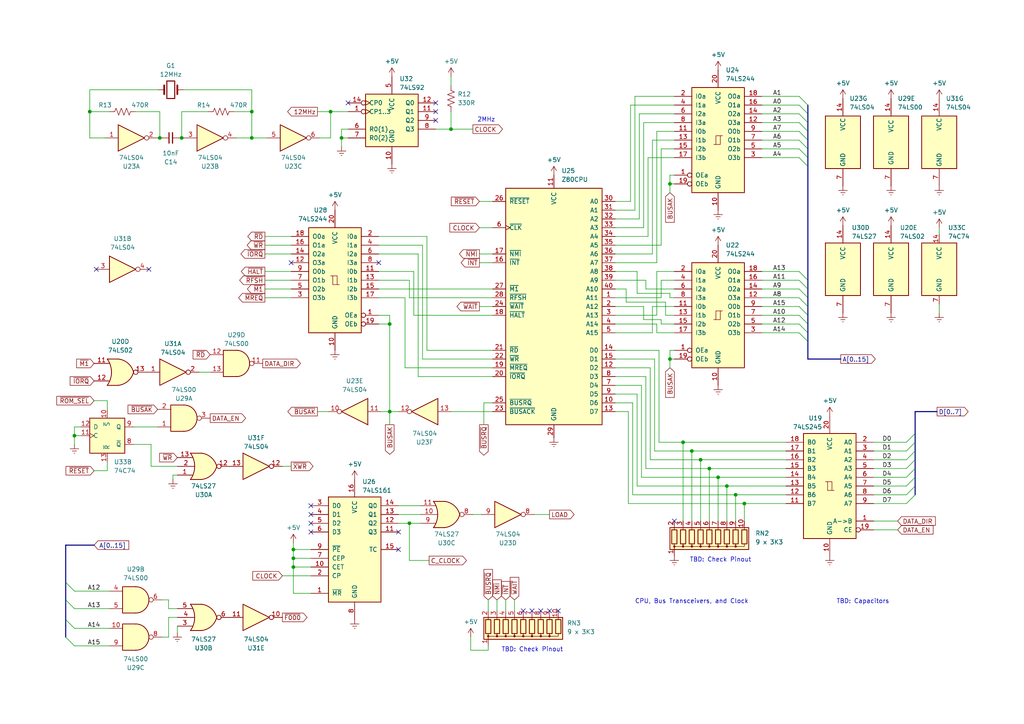
<source format=kicad_sch>
(kicad_sch (version 20230121) (generator eeschema)
  (paper "A4")
  (title_block (title "Microbee Kit") (date "1982") (rev "1"))
  (junction (at 194.31 53.34))
  (junction (at 26.035 32.385))
  (junction (at 205.74 135.89))
  (junction (at 203.2 133.35))
  (junction (at 73.025 32.385))
  (junction (at 118.745 151.765))
  (junction (at 210.82 140.97))
  (junction (at 73.025 40.005))
  (junction (at 85.09 164.465))
  (junction (at 200.66 130.81))
  (junction (at 52.705 40.005))
  (junction (at 194.31 104.14))
  (junction (at 198.12 128.27))
  (junction (at 215.9 146.05))
  (junction (at 113.03 93.98))
  (junction (at 85.09 161.925))
  (junction (at 85.09 159.385))
  (junction (at 95.885 32.385))
  (junction (at 113.03 119.38))
  (junction (at 213.36 143.51))
  (junction (at 130.81 37.465))
  (junction (at 21.59 126.365))
  (junction (at 46.355 40.005))
  (junction (at 99.06 40.005))
  (junction (at 208.28 138.43))
  (no_connect (at 161.925 177.165))
  (no_connect (at 90.17 151.765))
  (no_connect (at 154.305 177.165))
  (no_connect (at 115.57 154.305))
  (no_connect (at 159.385 177.165))
  (no_connect (at 115.57 159.385))
  (no_connect (at 100.965 29.845))
  (no_connect (at 109.855 76.2))
  (no_connect (at 84.455 76.2))
  (no_connect (at 156.845 177.165))
  (no_connect (at 126.365 29.845))
  (no_connect (at 90.17 154.305))
  (no_connect (at 151.765 177.165))
  (no_connect (at 27.94 78.105))
  (no_connect (at 126.365 34.925))
  (no_connect (at 90.17 149.225))
  (no_connect (at 195.58 151.13))
  (no_connect (at 90.17 146.685))
  (no_connect (at 43.18 78.105))
  (no_connect (at 126.365 32.385))
  (bus_entry (at 19.05 184.785) (size 2.54 2.54))
  (bus_entry (at 231.775 30.48) (size 2.54 2.54))
  (bus_entry (at 262.89 133.35) (size 2.54 -2.54))
  (bus_entry (at 231.775 38.1) (size 2.54 2.54))
  (bus_entry (at 231.775 27.94) (size 2.54 2.54))
  (bus_entry (at 231.775 83.82) (size 2.54 2.54))
  (bus_entry (at 262.89 143.51) (size 2.54 -2.54))
  (bus_entry (at 231.775 81.28) (size 2.54 2.54))
  (bus_entry (at 231.775 45.72) (size 2.54 2.54))
  (bus_entry (at 231.775 78.74) (size 2.54 2.54))
  (bus_entry (at 231.775 93.98) (size 2.54 2.54))
  (bus_entry (at 231.775 96.52) (size 2.54 2.54))
  (bus_entry (at 231.775 33.02) (size 2.54 2.54))
  (bus_entry (at 262.89 146.05) (size 2.54 -2.54))
  (bus_entry (at 262.89 140.97) (size 2.54 -2.54))
  (bus_entry (at 262.89 135.89) (size 2.54 -2.54))
  (bus_entry (at 19.05 168.91) (size 2.54 2.54))
  (bus_entry (at 231.775 43.18) (size 2.54 2.54))
  (bus_entry (at 231.775 88.9) (size 2.54 2.54))
  (bus_entry (at 231.775 35.56) (size 2.54 2.54))
  (bus_entry (at 262.89 128.27) (size 2.54 -2.54))
  (bus_entry (at 262.89 138.43) (size 2.54 -2.54))
  (bus_entry (at 231.775 91.44) (size 2.54 2.54))
  (bus_entry (at 19.05 173.99) (size 2.54 2.54))
  (bus_entry (at 19.05 179.705) (size 2.54 2.54))
  (bus_entry (at 231.775 86.36) (size 2.54 2.54))
  (bus_entry (at 231.775 40.64) (size 2.54 2.54))
  (bus_entry (at 262.89 130.81) (size 2.54 -2.54))
  (wire (pts (xy 130.81 37.465) (xy 137.16 37.465)))
  (wire (pts (xy 203.2 133.35) (xy 203.2 151.13)))
  (wire (pts (xy 178.435 111.76) (xy 186.055 111.76)))
  (wire (pts (xy 190.5 93.98) (xy 190.5 96.52)))
  (wire (pts (xy 60.96 107.95) (xy 57.785 107.95)))
  (wire (pts (xy 184.785 85.09) (xy 194.31 85.09)))
  (wire (pts (xy 208.28 138.43) (xy 227.965 138.43)))
  (bus (pts (xy 19.05 184.785) (xy 19.05 179.705)))
  (wire (pts (xy 188.595 106.68) (xy 188.595 133.35)))
  (wire (pts (xy 85.09 164.465) (xy 85.09 161.925)))
  (wire (pts (xy 190.5 76.2) (xy 190.5 38.1)))
  (wire (pts (xy 210.82 140.97) (xy 210.82 151.13)))
  (wire (pts (xy 253.365 133.35) (xy 262.89 133.35)))
  (wire (pts (xy 21.59 126.365) (xy 23.495 126.365)))
  (wire (pts (xy 220.98 27.94) (xy 231.775 27.94)))
  (wire (pts (xy 48.895 176.53) (xy 51.435 176.53)))
  (wire (pts (xy 253.365 135.89) (xy 262.89 135.89)))
  (wire (pts (xy 178.435 78.74) (xy 184.785 78.74)))
  (wire (pts (xy 117.475 106.68) (xy 117.475 86.36)))
  (wire (pts (xy 187.325 83.82) (xy 195.58 83.82)))
  (wire (pts (xy 213.36 143.51) (xy 213.36 151.13)))
  (wire (pts (xy 76.835 71.12) (xy 84.455 71.12)))
  (bus (pts (xy 234.315 40.64) (xy 234.315 43.18)))
  (wire (pts (xy 142.875 91.44) (xy 120.015 91.44)))
  (wire (pts (xy 194.31 53.34) (xy 194.31 50.8)))
  (wire (pts (xy 191.77 93.98) (xy 195.58 93.98)))
  (wire (pts (xy 194.31 55.88) (xy 194.31 53.34)))
  (wire (pts (xy 213.36 143.51) (xy 227.965 143.51)))
  (bus (pts (xy 19.05 158.115) (xy 27.305 158.115)))
  (wire (pts (xy 185.42 33.02) (xy 195.58 33.02)))
  (wire (pts (xy 178.435 119.38) (xy 182.245 119.38)))
  (wire (pts (xy 85.09 161.925) (xy 90.17 161.925)))
  (wire (pts (xy 139.065 66.04) (xy 142.875 66.04)))
  (wire (pts (xy 189.23 88.9) (xy 195.58 88.9)))
  (wire (pts (xy 178.435 104.14) (xy 189.865 104.14)))
  (wire (pts (xy 178.435 71.12) (xy 191.77 71.12)))
  (wire (pts (xy 26.035 26.035) (xy 26.035 32.385)))
  (bus (pts (xy 234.315 43.18) (xy 234.315 45.72)))
  (bus (pts (xy 234.315 99.06) (xy 234.315 104.14)))
  (bus (pts (xy 265.43 133.35) (xy 265.43 130.81)))
  (wire (pts (xy 185.42 63.5) (xy 185.42 33.02)))
  (bus (pts (xy 234.315 88.9) (xy 234.315 91.44)))
  (wire (pts (xy 186.055 111.76) (xy 186.055 138.43)))
  (wire (pts (xy 178.435 101.6) (xy 191.135 101.6)))
  (wire (pts (xy 45.72 26.035) (xy 26.035 26.035)))
  (wire (pts (xy 183.515 143.51) (xy 213.36 143.51)))
  (wire (pts (xy 139.065 88.9) (xy 142.875 88.9)))
  (wire (pts (xy 178.435 116.84) (xy 183.515 116.84)))
  (wire (pts (xy 137.16 149.225) (xy 139.7 149.225)))
  (bus (pts (xy 19.05 173.99) (xy 19.05 168.91)))
  (wire (pts (xy 140.335 116.84) (xy 140.335 123.19)))
  (wire (pts (xy 191.77 86.36) (xy 191.77 81.28)))
  (wire (pts (xy 193.04 87.63) (xy 193.04 91.44)))
  (wire (pts (xy 84.455 135.255) (xy 81.915 135.255)))
  (wire (pts (xy 220.98 91.44) (xy 231.775 91.44)))
  (wire (pts (xy 190.5 91.44) (xy 190.5 78.74)))
  (wire (pts (xy 43.815 135.255) (xy 51.435 135.255)))
  (wire (pts (xy 191.77 71.12) (xy 191.77 43.18)))
  (wire (pts (xy 118.745 81.28) (xy 109.855 81.28)))
  (wire (pts (xy 178.435 73.66) (xy 189.23 73.66)))
  (bus (pts (xy 234.315 93.98) (xy 234.315 96.52)))
  (wire (pts (xy 23.495 123.825) (xy 21.59 123.825)))
  (wire (pts (xy 120.015 91.44) (xy 120.015 78.74)))
  (wire (pts (xy 109.855 93.98) (xy 113.03 93.98)))
  (wire (pts (xy 191.135 128.27) (xy 198.12 128.27)))
  (wire (pts (xy 126.365 37.465) (xy 130.81 37.465)))
  (wire (pts (xy 253.365 128.27) (xy 262.89 128.27)))
  (wire (pts (xy 220.98 35.56) (xy 231.775 35.56)))
  (wire (pts (xy 113.03 93.98) (xy 113.03 119.38)))
  (wire (pts (xy 203.2 133.35) (xy 227.965 133.35)))
  (wire (pts (xy 76.835 73.66) (xy 84.455 73.66)))
  (wire (pts (xy 139.065 76.2) (xy 142.875 76.2)))
  (wire (pts (xy 130.81 32.385) (xy 130.81 37.465)))
  (wire (pts (xy 85.09 172.085) (xy 85.09 164.465)))
  (bus (pts (xy 234.315 38.1) (xy 234.315 40.64)))
  (wire (pts (xy 178.435 96.52) (xy 189.23 96.52)))
  (wire (pts (xy 178.435 86.36) (xy 191.77 86.36)))
  (wire (pts (xy 113.03 119.38) (xy 115.57 119.38)))
  (wire (pts (xy 191.77 43.18) (xy 195.58 43.18)))
  (bus (pts (xy 234.315 104.14) (xy 243.84 104.14)))
  (wire (pts (xy 178.435 83.82) (xy 181.61 83.82)))
  (wire (pts (xy 73.025 32.385) (xy 73.025 40.005)))
  (wire (pts (xy 220.98 38.1) (xy 231.775 38.1)))
  (wire (pts (xy 92.075 119.38) (xy 95.25 119.38)))
  (wire (pts (xy 81.915 167.005) (xy 90.17 167.005)))
  (wire (pts (xy 52.705 32.385) (xy 52.705 40.005)))
  (wire (pts (xy 210.82 140.97) (xy 227.965 140.97)))
  (wire (pts (xy 215.9 146.05) (xy 227.965 146.05)))
  (wire (pts (xy 21.59 171.45) (xy 31.75 171.45)))
  (wire (pts (xy 130.81 24.765) (xy 130.81 22.225)))
  (wire (pts (xy 187.325 135.89) (xy 205.74 135.89)))
  (wire (pts (xy 205.74 135.89) (xy 205.74 151.13)))
  (wire (pts (xy 253.365 140.97) (xy 262.89 140.97)))
  (wire (pts (xy 73.025 40.005) (xy 77.47 40.005)))
  (wire (pts (xy 122.555 71.12) (xy 109.855 71.12)))
  (bus (pts (xy 234.315 83.82) (xy 234.315 86.36)))
  (wire (pts (xy 85.09 159.385) (xy 85.09 157.48)))
  (wire (pts (xy 253.365 143.51) (xy 262.89 143.51)))
  (wire (pts (xy 52.07 40.005) (xy 52.705 40.005)))
  (wire (pts (xy 253.365 138.43) (xy 262.89 138.43)))
  (wire (pts (xy 48.895 173.99) (xy 48.895 176.53)))
  (wire (pts (xy 109.855 83.82) (xy 142.875 83.82)))
  (wire (pts (xy 122.555 104.14) (xy 122.555 71.12)))
  (wire (pts (xy 182.245 119.38) (xy 182.245 146.05)))
  (wire (pts (xy 253.365 151.13) (xy 260.35 151.13)))
  (wire (pts (xy 187.325 109.22) (xy 187.325 135.89)))
  (wire (pts (xy 45.72 40.005) (xy 46.355 40.005)))
  (wire (pts (xy 184.15 60.96) (xy 184.15 27.94)))
  (wire (pts (xy 39.37 32.385) (xy 46.355 32.385)))
  (bus (pts (xy 234.315 30.48) (xy 234.315 33.02)))
  (wire (pts (xy 46.99 184.785) (xy 48.895 184.785)))
  (wire (pts (xy 178.435 76.2) (xy 190.5 76.2)))
  (wire (pts (xy 90.17 172.085) (xy 85.09 172.085)))
  (wire (pts (xy 85.09 161.925) (xy 85.09 159.385)))
  (wire (pts (xy 149.225 173.99) (xy 149.225 177.165)))
  (wire (pts (xy 99.06 37.465) (xy 99.06 40.005)))
  (wire (pts (xy 198.12 128.27) (xy 227.965 128.27)))
  (wire (pts (xy 109.855 91.44) (xy 113.03 91.44)))
  (wire (pts (xy 76.835 81.28) (xy 84.455 81.28)))
  (wire (pts (xy 46.355 32.385) (xy 46.355 40.005)))
  (wire (pts (xy 50.165 137.795) (xy 50.165 139.065)))
  (wire (pts (xy 130.81 119.38) (xy 142.875 119.38)))
  (wire (pts (xy 178.435 88.9) (xy 186.69 88.9)))
  (wire (pts (xy 189.865 130.81) (xy 200.66 130.81)))
  (wire (pts (xy 198.12 128.27) (xy 198.12 151.13)))
  (wire (pts (xy 220.98 88.9) (xy 231.775 88.9)))
  (wire (pts (xy 184.785 78.74) (xy 184.785 85.09)))
  (wire (pts (xy 183.515 116.84) (xy 183.515 143.51)))
  (wire (pts (xy 178.435 58.42) (xy 182.88 58.42)))
  (wire (pts (xy 115.57 149.225) (xy 121.92 149.225)))
  (wire (pts (xy 121.285 73.66) (xy 109.855 73.66)))
  (wire (pts (xy 194.31 50.8) (xy 195.58 50.8)))
  (wire (pts (xy 215.9 146.05) (xy 215.9 151.13)))
  (wire (pts (xy 181.61 83.82) (xy 181.61 87.63)))
  (bus (pts (xy 265.43 140.97) (xy 265.43 138.43)))
  (wire (pts (xy 191.77 92.71) (xy 191.77 93.98)))
  (wire (pts (xy 142.875 86.36) (xy 118.745 86.36)))
  (wire (pts (xy 189.865 104.14) (xy 189.865 130.81)))
  (wire (pts (xy 186.055 138.43) (xy 208.28 138.43)))
  (wire (pts (xy 38.735 128.905) (xy 43.815 128.905)))
  (bus (pts (xy 234.315 45.72) (xy 234.315 48.26)))
  (wire (pts (xy 142.875 116.84) (xy 140.335 116.84)))
  (wire (pts (xy 181.61 87.63) (xy 193.04 87.63)))
  (wire (pts (xy 220.98 83.82) (xy 231.775 83.82)))
  (wire (pts (xy 48.895 179.07) (xy 51.435 179.07)))
  (wire (pts (xy 200.66 130.81) (xy 200.66 151.13)))
  (bus (pts (xy 265.43 119.38) (xy 271.78 119.38)))
  (wire (pts (xy 194.31 101.6) (xy 195.58 101.6)))
  (wire (pts (xy 178.435 63.5) (xy 185.42 63.5)))
  (wire (pts (xy 200.66 130.81) (xy 227.965 130.81)))
  (wire (pts (xy 136.525 184.785) (xy 136.525 188.595)))
  (wire (pts (xy 26.035 32.385) (xy 26.035 40.005)))
  (wire (pts (xy 110.49 119.38) (xy 113.03 119.38)))
  (wire (pts (xy 100.965 37.465) (xy 99.06 37.465)))
  (wire (pts (xy 26.035 40.005) (xy 30.48 40.005)))
  (wire (pts (xy 46.355 40.005) (xy 46.99 40.005)))
  (wire (pts (xy 194.31 106.68) (xy 194.31 104.14)))
  (wire (pts (xy 141.605 173.99) (xy 141.605 177.165)))
  (wire (pts (xy 186.69 35.56) (xy 195.58 35.56)))
  (bus (pts (xy 19.05 179.705) (xy 19.05 173.99)))
  (wire (pts (xy 220.98 81.28) (xy 231.775 81.28)))
  (wire (pts (xy 194.31 85.09) (xy 194.31 86.36)))
  (wire (pts (xy 73.025 26.035) (xy 73.025 32.385)))
  (wire (pts (xy 53.34 26.035) (xy 73.025 26.035)))
  (wire (pts (xy 142.875 109.22) (xy 121.285 109.22)))
  (wire (pts (xy 178.435 60.96) (xy 184.15 60.96)))
  (wire (pts (xy 76.835 86.36) (xy 84.455 86.36)))
  (wire (pts (xy 76.835 83.82) (xy 84.455 83.82)))
  (wire (pts (xy 21.59 182.245) (xy 31.75 182.245)))
  (wire (pts (xy 120.015 78.74) (xy 109.855 78.74)))
  (wire (pts (xy 190.5 38.1) (xy 195.58 38.1)))
  (wire (pts (xy 193.04 91.44) (xy 195.58 91.44)))
  (wire (pts (xy 142.875 104.14) (xy 122.555 104.14)))
  (wire (pts (xy 113.03 91.44) (xy 113.03 93.98)))
  (wire (pts (xy 220.98 45.72) (xy 231.775 45.72)))
  (wire (pts (xy 184.785 114.3) (xy 184.785 140.97)))
  (bus (pts (xy 234.315 91.44) (xy 234.315 93.98)))
  (wire (pts (xy 21.59 187.325) (xy 31.75 187.325)))
  (wire (pts (xy 189.23 73.66) (xy 189.23 40.64)))
  (wire (pts (xy 182.88 30.48) (xy 195.58 30.48)))
  (wire (pts (xy 46.99 173.99) (xy 48.895 173.99)))
  (wire (pts (xy 124.46 162.56) (xy 118.745 162.56)))
  (bus (pts (xy 265.43 135.89) (xy 265.43 133.35)))
  (bus (pts (xy 265.43 125.73) (xy 265.43 119.38)))
  (wire (pts (xy 95.885 32.385) (xy 100.965 32.385)))
  (bus (pts (xy 265.43 130.81) (xy 265.43 128.27)))
  (wire (pts (xy 27.305 136.525) (xy 31.115 136.525)))
  (wire (pts (xy 208.28 138.43) (xy 208.28 151.13)))
  (wire (pts (xy 121.285 109.22) (xy 121.285 73.66)))
  (wire (pts (xy 194.31 104.14) (xy 194.31 101.6)))
  (wire (pts (xy 253.365 130.81) (xy 262.89 130.81)))
  (wire (pts (xy 220.98 30.48) (xy 231.775 30.48)))
  (wire (pts (xy 136.525 188.595) (xy 141.605 188.595)))
  (wire (pts (xy 31.115 136.525) (xy 31.115 133.985)))
  (wire (pts (xy 21.59 126.365) (xy 21.59 128.905)))
  (wire (pts (xy 141.605 188.595) (xy 141.605 187.325)))
  (wire (pts (xy 187.325 81.28) (xy 187.325 83.82)))
  (wire (pts (xy 220.98 86.36) (xy 231.775 86.36)))
  (wire (pts (xy 21.59 123.825) (xy 21.59 126.365)))
  (bus (pts (xy 265.43 143.51) (xy 265.43 140.97)))
  (wire (pts (xy 178.435 91.44) (xy 190.5 91.44)))
  (wire (pts (xy 190.5 96.52) (xy 195.58 96.52)))
  (wire (pts (xy 95.885 40.005) (xy 95.885 32.385)))
  (wire (pts (xy 191.77 81.28) (xy 195.58 81.28)))
  (wire (pts (xy 178.435 81.28) (xy 187.325 81.28)))
  (wire (pts (xy 184.785 140.97) (xy 210.82 140.97)))
  (wire (pts (xy 76.835 68.58) (xy 84.455 68.58)))
  (wire (pts (xy 154.94 149.225) (xy 159.385 149.225)))
  (wire (pts (xy 21.59 176.53) (xy 31.75 176.53)))
  (wire (pts (xy 123.825 68.58) (xy 109.855 68.58)))
  (wire (pts (xy 272.415 90.805) (xy 272.415 88.265)))
  (wire (pts (xy 146.685 173.99) (xy 146.685 177.165)))
  (wire (pts (xy 187.96 68.58) (xy 187.96 45.72)))
  (wire (pts (xy 115.57 151.765) (xy 118.745 151.765)))
  (wire (pts (xy 189.23 96.52) (xy 189.23 88.9)))
  (wire (pts (xy 253.365 146.05) (xy 262.89 146.05)))
  (wire (pts (xy 99.06 40.005) (xy 100.965 40.005)))
  (bus (pts (xy 234.315 81.28) (xy 234.315 83.82)))
  (wire (pts (xy 186.69 66.04) (xy 186.69 35.56)))
  (wire (pts (xy 178.435 109.22) (xy 187.325 109.22)))
  (bus (pts (xy 234.315 86.36) (xy 234.315 88.9)))
  (wire (pts (xy 92.71 40.005) (xy 95.885 40.005)))
  (wire (pts (xy 186.69 88.9) (xy 186.69 92.71)))
  (wire (pts (xy 194.31 104.14) (xy 195.58 104.14)))
  (wire (pts (xy 178.435 66.04) (xy 186.69 66.04)))
  (bus (pts (xy 234.315 33.02) (xy 234.315 35.56)))
  (wire (pts (xy 38.735 123.825) (xy 45.72 123.825)))
  (wire (pts (xy 139.065 73.66) (xy 142.875 73.66)))
  (wire (pts (xy 115.57 146.685) (xy 121.92 146.685)))
  (bus (pts (xy 265.43 128.27) (xy 265.43 125.73)))
  (bus (pts (xy 19.05 168.91) (xy 19.05 158.115)))
  (wire (pts (xy 220.98 43.18) (xy 231.775 43.18)))
  (wire (pts (xy 60.325 32.385) (xy 52.705 32.385)))
  (wire (pts (xy 182.88 58.42) (xy 182.88 30.48)))
  (wire (pts (xy 178.435 114.3) (xy 184.785 114.3)))
  (wire (pts (xy 99.06 40.005) (xy 99.06 42.545)))
  (wire (pts (xy 182.245 146.05) (xy 215.9 146.05)))
  (wire (pts (xy 113.03 119.38) (xy 113.03 123.19)))
  (wire (pts (xy 31.115 118.745) (xy 31.115 116.205)))
  (wire (pts (xy 194.31 86.36) (xy 195.58 86.36)))
  (wire (pts (xy 118.745 162.56) (xy 118.745 151.765)))
  (bus (pts (xy 234.315 48.26) (xy 234.315 81.28)))
  (wire (pts (xy 118.745 86.36) (xy 118.745 81.28)))
  (wire (pts (xy 220.98 93.98) (xy 231.775 93.98)))
  (wire (pts (xy 220.98 33.02) (xy 231.775 33.02)))
  (wire (pts (xy 73.025 40.005) (xy 68.58 40.005)))
  (wire (pts (xy 85.09 164.465) (xy 90.17 164.465)))
  (wire (pts (xy 220.98 78.74) (xy 231.775 78.74)))
  (wire (pts (xy 51.435 137.795) (xy 50.165 137.795)))
  (bus (pts (xy 234.315 35.56) (xy 234.315 38.1)))
  (wire (pts (xy 220.98 96.52) (xy 231.775 96.52)))
  (wire (pts (xy 178.435 93.98) (xy 190.5 93.98)))
  (wire (pts (xy 191.135 101.6) (xy 191.135 128.27)))
  (bus (pts (xy 265.43 138.43) (xy 265.43 135.89)))
  (wire (pts (xy 205.74 135.89) (xy 227.965 135.89)))
  (wire (pts (xy 52.705 40.005) (xy 53.34 40.005)))
  (wire (pts (xy 272.415 66.04) (xy 272.415 67.945)))
  (wire (pts (xy 31.115 116.205) (xy 27.305 116.205)))
  (wire (pts (xy 48.895 184.785) (xy 48.895 179.07)))
  (wire (pts (xy 178.435 106.68) (xy 188.595 106.68)))
  (wire (pts (xy 117.475 86.36) (xy 109.855 86.36)))
  (wire (pts (xy 186.69 92.71) (xy 191.77 92.71)))
  (wire (pts (xy 189.23 40.64) (xy 195.58 40.64)))
  (wire (pts (xy 67.945 32.385) (xy 73.025 32.385)))
  (wire (pts (xy 142.875 106.68) (xy 117.475 106.68)))
  (wire (pts (xy 194.31 53.34) (xy 195.58 53.34)))
  (wire (pts (xy 43.815 128.905) (xy 43.815 135.255)))
  (wire (pts (xy 139.065 58.42) (xy 142.875 58.42)))
  (wire (pts (xy 142.875 101.6) (xy 123.825 101.6)))
  (wire (pts (xy 76.835 78.74) (xy 84.455 78.74)))
  (wire (pts (xy 92.075 32.385) (xy 95.885 32.385)))
  (wire (pts (xy 85.09 159.385) (xy 90.17 159.385)))
  (wire (pts (xy 51.435 181.61) (xy 51.435 183.515)))
  (wire (pts (xy 253.365 153.67) (xy 260.35 153.67)))
  (wire (pts (xy 220.98 40.64) (xy 231.775 40.64)))
  (wire (pts (xy 144.145 173.99) (xy 144.145 177.165)))
  (wire (pts (xy 26.035 32.385) (xy 31.75 32.385)))
  (wire (pts (xy 184.15 27.94) (xy 195.58 27.94)))
  (bus (pts (xy 234.315 96.52) (xy 234.315 99.06)))
  (wire (pts (xy 178.435 68.58) (xy 187.96 68.58)))
  (wire (pts (xy 123.825 101.6) (xy 123.825 68.58)))
  (wire (pts (xy 188.595 133.35) (xy 203.2 133.35)))
  (wire (pts (xy 187.96 45.72) (xy 195.58 45.72)))
  (wire (pts (xy 118.745 151.765) (xy 121.92 151.765)))
  (wire (pts (xy 190.5 78.74) (xy 195.58 78.74)))
  (text "CPU, Bus Transceivers, and Clock" (at 184.15 175.26 0) (effects (font (size 1.27 1.27)) (justify left bottom)))
  (text "2MHz" (at 138.43 35.56 0) (effects (font (size 1.27 1.27)) (justify left bottom)))
  (text "TBD: Capacitors" (at 242.57 175.26 0) (effects (font (size 1.27 1.27)) (justify left bottom)))
  (text "TBD: Check Pinout" (at 145.415 189.23 0) (effects (font (size 1.27 1.27)) (justify left bottom)))
  (text "TBD: Check Pinout" (at 200.025 163.195 0) (effects (font (size 1.27 1.27)) (justify left bottom)))
  (label "A13" (at 224.155 78.74 0))
  (label "A8" (at 224.155 86.36 0))
  (label "D1" (at 255.905 130.81 0))
  (label "A3" (at 224.155 35.56 0))
  (label "D3" (at 255.905 135.89 0))
  (label "D0" (at 255.905 128.27 0))
  (label "A11" (at 224.155 81.28 0))
  (label "D2" (at 255.905 133.35 0))
  (label "A4" (at 224.155 45.72 0))
  (label "A15" (at 224.155 88.9 0))
  (label "A2" (at 224.155 33.02 0))
  (label "A7" (at 224.155 38.1 0))
  (label "A0" (at 224.155 30.48 0))
  (label "A5" (at 224.155 43.18 0))
  (label "A15" (at 25.4 187.325 0))
  (label "A13" (at 25.4 176.53 0))
  (label "A6" (at 224.155 40.64 0))
  (label "A12" (at 25.4 171.45 0))
  (label "A9" (at 224.155 83.82 0))
  (label "A12" (at 224.155 93.98 0))
  (label "A14" (at 224.155 96.52 0))
  (label "D6" (at 255.905 143.51 0))
  (label "D5" (at 255.905 140.97 0))
  (label "D4" (at 255.905 138.43 0))
  (label "A14" (at 25.4 182.245 0))
  (label "A10" (at 224.155 91.44 0))
  (label "A1" (at 224.155 27.94 0))
  (label "D7" (at 255.905 146.05 0))
  (global_label "BUSAK" (shape input) (at 194.31 106.68 270) (property "Intersheetrefs" "${INTERSHEET_REFS}" (effects hide)))
  (global_label "~{NMI}" (shape input) (at 144.145 173.99 90) (property "Intersheetrefs" "${INTERSHEET_REFS}" (effects hide)))
  (global_label "~{BUSAK}" (shape output) (at 92.075 119.38 180) (property "Intersheetrefs" "${INTERSHEET_REFS}" (effects hide)))
  (global_label "DATA_EN" (shape input) (at 260.35 153.67 0) (property "Intersheetrefs" "${INTERSHEET_REFS}" (effects hide)))
  (global_label "~{HALT}" (shape output) (at 76.835 78.74 180) (property "Intersheetrefs" "${INTERSHEET_REFS}" (effects hide)))
  (global_label "~{RD}" (shape input) (at 60.96 102.87 180) (property "Intersheetrefs" "${INTERSHEET_REFS}" (effects hide)))
  (global_label "~{RD}" (shape output) (at 76.835 68.58 180) (property "Intersheetrefs" "${INTERSHEET_REFS}" (effects hide)))
  (global_label "~{BUSAK}" (shape input) (at 45.72 118.745 180) (property "Intersheetrefs" "${INTERSHEET_REFS}" (effects hide)))
  (global_label "BUSAK" (shape input) (at 194.31 55.88 270) (property "Intersheetrefs" "${INTERSHEET_REFS}" (effects hide)))
  (global_label "~{RFSH}" (shape output) (at 76.835 81.28 180) (property "Intersheetrefs" "${INTERSHEET_REFS}" (effects hide)))
  (global_label "~{IORQ}" (shape output) (at 76.835 73.66 180) (property "Intersheetrefs" "${INTERSHEET_REFS}" (effects hide)))
  (global_label "DATA_DIR" (shape input) (at 260.35 151.13 0) (property "Intersheetrefs" "${INTERSHEET_REFS}" (effects hide)))
  (global_label "~{MREQ}" (shape output) (at 76.835 86.36 180) (property "Intersheetrefs" "${INTERSHEET_REFS}" (effects hide)))
  (global_label "~{IORQ}" (shape input) (at 27.305 110.49 180) (property "Intersheetrefs" "${INTERSHEET_REFS}" (effects hide)))
  (global_label "D[0..7]" (shape output) (at 271.78 119.38 0) (property "Intersheetrefs" "${INTERSHEET_REFS}" (effects hide)))
  (global_label "CLOCK" (shape input) (at 139.065 66.04 180) (property "Intersheetrefs" "${INTERSHEET_REFS}" (effects hide)))
  (global_label "DATA_EN" (shape output) (at 60.96 121.285 0) (property "Intersheetrefs" "${INTERSHEET_REFS}" (effects hide)))
  (global_label "CLOCK" (shape input) (at 81.915 167.005 180) (property "Intersheetrefs" "${INTERSHEET_REFS}" (effects hide)))
  (global_label "~{M1}" (shape output) (at 76.835 83.82 180) (property "Intersheetrefs" "${INTERSHEET_REFS}" (effects hide)))
  (global_label "~{BUSRQ}" (shape output) (at 140.335 123.19 270) (property "Intersheetrefs" "${INTERSHEET_REFS}" (effects hide)))
  (global_label "12MHz" (shape output) (at 92.075 32.385 180) (property "Intersheetrefs" "${INTERSHEET_REFS}" (effects hide)))
  (global_label "~{BUSRQ}" (shape input) (at 141.605 173.99 90) (property "Intersheetrefs" "${INTERSHEET_REFS}" (effects hide)))
  (global_label "~{NMI}" (shape output) (at 139.065 73.66 180) (property "Intersheetrefs" "${INTERSHEET_REFS}" (effects hide)))
  (global_label "~{WAIT}" (shape output) (at 139.065 88.9 180) (property "Intersheetrefs" "${INTERSHEET_REFS}" (effects hide)))
  (global_label "A[0..15]" (shape output) (at 243.84 104.14 0) (property "Intersheetrefs" "${INTERSHEET_REFS}" (effects hide)))
  (global_label "CLOCK" (shape output) (at 137.16 37.465 0) (property "Intersheetrefs" "${INTERSHEET_REFS}" (effects hide)))
  (global_label "~{RESET}" (shape input) (at 139.065 58.42 180) (property "Intersheetrefs" "${INTERSHEET_REFS}" (effects hide)))
  (global_label "~{ROM_SEL}" (shape input) (at 27.305 116.205 180) (property "Intersheetrefs" "${INTERSHEET_REFS}" (effects hide)))
  (global_label "LOAD" (shape output) (at 159.385 149.225 0) (property "Intersheetrefs" "${INTERSHEET_REFS}" (effects hide)))
  (global_label "~{WR}" (shape output) (at 76.835 71.12 180) (property "Intersheetrefs" "${INTERSHEET_REFS}" (effects hide)))
  (global_label "~{WR}" (shape input) (at 51.435 132.715 180) (property "Intersheetrefs" "${INTERSHEET_REFS}" (effects hide)))
  (global_label "~{F000}" (shape output) (at 81.915 179.07 0) (property "Intersheetrefs" "${INTERSHEET_REFS}" (effects hide)))
  (global_label "A[0..15]" (shape input) (at 27.305 158.115 0) (property "Intersheetrefs" "${INTERSHEET_REFS}" (effects hide)))
  (global_label "C_CLOCK" (shape output) (at 124.46 162.56 0) (property "Intersheetrefs" "${INTERSHEET_REFS}" (effects hide)))
  (global_label "~{XWR}" (shape output) (at 84.455 135.255 0) (property "Intersheetrefs" "${INTERSHEET_REFS}" (effects hide)))
  (global_label "DATA_DIR" (shape output) (at 76.2 105.41 0) (property "Intersheetrefs" "${INTERSHEET_REFS}" (effects hide)))
  (global_label "~{INT}" (shape input) (at 146.685 173.99 90) (property "Intersheetrefs" "${INTERSHEET_REFS}" (effects hide)))
  (global_label "~{INT}" (shape output) (at 139.065 76.2 180) (property "Intersheetrefs" "${INTERSHEET_REFS}" (effects hide)))
  (global_label "~{WAIT}" (shape input) (at 149.225 173.99 90) (property "Intersheetrefs" "${INTERSHEET_REFS}" (effects hide)))
  (global_label "~{RESET}" (shape input) (at 27.305 136.525 180) (property "Intersheetrefs" "${INTERSHEET_REFS}" (effects hide)))
  (global_label "BUSAK" (shape output) (at 113.03 123.19 270) (property "Intersheetrefs" "${INTERSHEET_REFS}" (effects hide)))
  (global_label "~{M1}" (shape input) (at 27.305 105.41 180) (property "Intersheetrefs" "${INTERSHEET_REFS}" (effects hide)))
  (symbol (lib_id "74xx:74LS244") (at 208.28 91.44 0) (unit 1)
    (property "Reference" "U22" (at 210.4741 71.12 0) (effects (justify left)))
    (property "Value" "74LS244" (at 210.4741 73.66 0) (effects (justify left)))
    (property "Footprint" "Package_DIP:DIP-20_W7.62mm" (effects hide))
    (property "Datasheet" "http://www.ti.com/lit/ds/symlink/sn74ls244.pdf" (effects hide))
  )
  (symbol (lib_id "74xx:74LS04") (at 38.1 40.005 0) (mirror x) (unit 1)
    (property "Reference" "U23" (at 38.1 48.26 0))
    (property "Value" "74LS04" (at 38.1 45.72 0))
    (property "Datasheet" "http://www.ti.com/lit/gpn/sn74LS04" (effects hide))
  )
  (symbol (lib_id "74xx:74LS02") (at 34.925 107.95 0) (unit 4)
    (property "Reference" "U20" (at 34.925 99.06 0))
    (property "Value" "74LS02" (at 34.925 101.6 0))
    (property "Datasheet" "http://www.ti.com/lit/gpn/sn74ls02" (effects hide))
  )
  (symbol (lib_id "74xx:74LS04") (at 60.96 40.005 0) (mirror x) (unit 2)
    (property "Reference" "U23" (at 60.96 48.26 0))
    (property "Value" "74LS04" (at 60.96 45.72 0))
    (property "Datasheet" "http://www.ti.com/lit/gpn/sn74LS04" (effects hide))
  )
  (symbol (lib_id "power:Earth") (at 244.475 90.805 0) (unit 1)
    (property "Reference" "#PWR023" (effects hide))
    (property "Value" "Earth" (effects hide))
  )
  (symbol (lib_id "74xx:74LS02") (at 318.135 136.525 0) (unit 3)
    (property "Reference" "U20" (at 318.135 128.27 0))
    (property "Value" "74LS02" (at 318.135 130.81 0))
    (property "Datasheet" "http://www.ti.com/lit/gpn/sn74ls02" (effects hide))
  )
  (symbol (lib_id "power:Earth") (at 208.28 60.96 0) (unit 1)
    (property "Reference" "#PWR08" (effects hide))
    (property "Value" "Earth" (effects hide))
  )
  (symbol (lib_id "74xx:74LS04") (at 35.56 78.105 0) (unit 2)
    (property "Reference" "U31" (at 35.56 69.215 0))
    (property "Value" "74LS04" (at 35.56 71.755 0))
    (property "Datasheet" "http://www.ti.com/lit/gpn/sn74LS04" (effects hide))
  )
  (symbol (lib_id "power:+5V") (at 208.28 71.12 0) (unit 1)
    (property "Reference" "#PWR06" (effects hide))
    (property "Value" "+5V" (at 208.28 66.675 0))
  )
  (symbol (lib_id "power:+5V") (at 130.81 22.225 0) (unit 1)
    (property "Reference" "#PWR020" (effects hide))
    (property "Value" "+5V" (at 130.81 17.78 0))
  )
  (symbol (lib_id "74xx:74LS04") (at 102.87 119.38 180) (unit 5)
    (property "Reference" "U23" (at 102.87 110.49 0))
    (property "Value" "74LS04" (at 102.87 113.03 0))
    (property "Datasheet" "http://www.ti.com/lit/gpn/sn74LS04" (effects hide))
  )
  (symbol (lib_id "74xx:74LS04") (at 50.165 107.95 0) (unit 1)
    (property "Reference" "U31" (at 50.165 99.695 0))
    (property "Value" "74LS04" (at 50.165 102.235 0))
    (property "Datasheet" "http://www.ti.com/lit/gpn/sn74LS04" (effects hide))
  )
  (symbol (lib_id "74xx:74LS04") (at 123.19 119.38 180) (unit 6)
    (property "Reference" "U23" (at 123.19 128.27 0))
    (property "Value" "74LS04" (at 123.19 125.73 0))
    (property "Datasheet" "http://www.ti.com/lit/gpn/sn74LS04" (effects hide))
  )
  (symbol (lib_id "74xx:74LS04") (at 147.32 149.225 0) (mirror x) (unit 4)
    (property "Reference" "U23" (at 147.32 157.48 0))
    (property "Value" "74LS04" (at 147.32 154.94 0))
    (property "Datasheet" "http://www.ti.com/lit/gpn/sn74LS04" (effects hide))
  )
  (symbol (lib_id "power:+5V") (at 113.665 22.225 0) (unit 1)
    (property "Reference" "#PWR019" (effects hide))
    (property "Value" "+5V" (at 113.665 17.78 0))
  )
  (symbol (lib_id "power:+5V") (at 258.445 28.575 0) (unit 1)
    (property "Reference" "#PWR027" (effects hide))
    (property "Value" "+5V" (at 258.445 24.13 0))
  )
  (symbol (lib_id "power:Earth") (at 272.415 90.805 0) (unit 1)
    (property "Reference" "#PWR034" (effects hide))
    (property "Value" "Earth" (effects hide))
  )
  (symbol (lib_id "74xx:74LS00") (at 53.34 121.285 0) (mirror x) (unit 1)
    (property "Reference" "U29" (at 53.34 115.57 0))
    (property "Value" "74LS00" (at 53.34 113.03 0))
    (property "Datasheet" "http://www.ti.com/lit/gpn/sn74ls00" (effects hide))
  )
  (symbol (lib_id "74xx:74LS04") (at 272.415 41.275 0) (unit 7)
    (property "Reference" "U31" (at 274.32 28.575 0) (effects (justify left)))
    (property "Value" "74LS04" (at 274.32 31.115 0) (effects (justify left)))
    (property "Datasheet" "http://www.ti.com/lit/gpn/sn74LS04" (effects hide))
  )
  (symbol (lib_id "74xx:74LS27") (at 244.475 78.105 0) (unit 4)
    (property "Reference" "U30" (at 247.015 66.04 0) (effects (justify left)))
    (property "Value" "74LS27" (at 247.015 68.58 0) (effects (justify left)))
    (property "Datasheet" "http://www.ti.com/lit/gpn/sn74LS27" (effects hide))
  )
  (symbol (lib_id "power:+5V") (at 244.475 28.575 0) (unit 1)
    (property "Reference" "#PWR013" (effects hide))
    (property "Value" "+5V" (at 244.475 24.13 0))
  )
  (symbol (lib_id "74xx:74LS74") (at 31.115 126.365 0) (unit 2)
    (property "Reference" "U33" (at 33.02 133.985 0) (effects (justify left)))
    (property "Value" "74C74" (at 33.02 136.525 0) (effects (justify left)))
    (property "Datasheet" "74xx/74hc_hct74.pdf" (effects hide))
  )
  (symbol (lib_id "power:Earth") (at 99.06 42.545 0) (unit 1)
    (property "Reference" "#PWR017" (effects hide))
    (property "Value" "Earth" (effects hide))
  )
  (symbol (lib_id "power:+5V") (at 272.415 66.04 0) (unit 1)
    (property "Reference" "#PWR033" (effects hide))
    (property "Value" "+5V" (at 272.415 61.595 0))
  )
  (symbol (lib_id "power:+5V") (at 97.155 60.96 0) (unit 1)
    (property "Reference" "#PWR016" (effects hide))
    (property "Value" "+5V" (at 97.155 56.515 0))
  )
  (symbol (lib_id "power:+5V") (at 102.87 139.065 0) (unit 1)
    (property "Reference" "#PWR025" (effects hide))
    (property "Value" "+5V" (at 102.87 134.62 0))
  )
  (symbol (lib_id "74xx:74LS161") (at 102.87 159.385 0) (unit 1)
    (property "Reference" "U26" (at 105.0641 139.7 0) (effects (justify left)))
    (property "Value" "74LS161" (at 105.0641 142.24 0) (effects (justify left)))
    (property "Footprint" "Package_DIP:DIP-16_W7.62mm" (effects hide))
    (property "Datasheet" "http://www.ti.com/lit/gpn/sn74LS161" (effects hide))
  )
  (symbol (lib_id "Device:R_US") (at 130.81 28.575 0) (unit 1)
    (property "Reference" "R12" (at 132.715 27.305 0) (effects (justify left)))
    (property "Value" "330R" (at 132.715 29.845 0) (effects (justify left)))
    (property "Footprint" "Resistor_THT:R_Axial_DIN0207_L6.3mm_D2.5mm_P7.62mm_Horizontal" (effects hide))
  )
  (symbol (lib_id "74xx:74LS74") (at 272.415 78.105 0) (unit 3)
    (property "Reference" "U33" (at 274.955 66.04 0) (effects (justify left)))
    (property "Value" "74C74" (at 274.955 68.58 0) (effects (justify left)))
    (property "Datasheet" "74xx/74hc_hct74.pdf" (effects hide))
  )
  (symbol (lib_id "power:Earth") (at 160.655 127 0) (unit 1)
    (property "Reference" "#PWR04" (effects hide))
    (property "Value" "Earth" (effects hide))
  )
  (symbol (lib_id "74xx:74LS02") (at 258.445 78.105 0) (unit 5)
    (property "Reference" "U20" (at 260.985 66.04 0) (effects (justify left)))
    (property "Value" "74LS02" (at 260.985 68.58 0) (effects (justify left)))
    (property "Datasheet" "http://www.ti.com/lit/gpn/sn74ls02" (effects hide))
  )
  (symbol (lib_id "74xx:74LS02") (at 316.865 115.57 0) (unit 2)
    (property "Reference" "U20" (at 316.865 106.68 0))
    (property "Value" "74LS02" (at 316.865 109.22 0))
    (property "Datasheet" "http://www.ti.com/lit/gpn/sn74ls02" (effects hide))
  )
  (symbol (lib_id "74xx:74LS04") (at 360.045 39.37 0) (unit 3)
    (property "Reference" "U31" (at 360.045 30.48 0))
    (property "Value" "74LS04" (at 360.045 33.02 0))
    (property "Datasheet" "http://www.ti.com/lit/gpn/sn74LS04" (effects hide))
  )
  (symbol (lib_id "power:Earth") (at 258.445 90.805 0) (unit 1)
    (property "Reference" "#PWR030" (effects hide))
    (property "Value" "Earth" (effects hide))
  )
  (symbol (lib_id "74xx:74LS27") (at 59.055 135.255 0) (mirror x) (unit 1)
    (property "Reference" "U30" (at 59.055 143.51 0))
    (property "Value" "74LS27" (at 59.055 140.97 0))
    (property "Datasheet" "http://www.ti.com/lit/gpn/sn74LS27" (effects hide))
  )
  (symbol (lib_id "Device:Crystal") (at 49.53 26.035 0) (unit 1)
    (property "Reference" "G1" (at 49.53 19.05 0))
    (property "Value" "12MHz" (at 49.53 21.59 0))
  )
  (symbol (lib_id "74xx:74LS00") (at 39.37 173.99 0) (unit 2)
    (property "Reference" "U29" (at 39.3617 165.1 0))
    (property "Value" "74LS00" (at 39.3617 167.64 0))
    (property "Datasheet" "http://www.ti.com/lit/gpn/sn74ls00" (effects hide))
  )
  (symbol (lib_id "power:Earth") (at 244.475 53.975 0) (unit 1)
    (property "Reference" "#PWR014" (effects hide))
    (property "Value" "Earth" (effects hide))
  )
  (symbol (lib_id "power:Earth") (at 51.435 183.515 0) (unit 1)
    (property "Reference" "#PWR037" (effects hide))
    (property "Value" "Earth" (effects hide))
  )
  (symbol (lib_id "74xx:74LS92") (at 113.665 34.925 0) (unit 1)
    (property "Reference" "U32" (at 115.8591 22.86 0) (effects (justify left)))
    (property "Value" "74LS92" (at 115.8591 25.4 0) (effects (justify left)))
    (property "Footprint" "Package_DIP:DIP-14_W7.62mm" (effects hide))
    (property "Datasheet" "http://www.ti.com/lit/gpn/sn74LS92" (effects hide))
  )
  (symbol (lib_id "74xx:74LS02") (at 318.135 99.695 0) (unit 1)
    (property "Reference" "U20" (at 318.135 91.44 0))
    (property "Value" "74LS02" (at 318.135 93.98 0))
    (property "Datasheet" "http://www.ti.com/lit/gpn/sn74ls02" (effects hide))
  )
  (symbol (lib_id "74xx:74LS00") (at 258.445 41.275 0) (unit 5)
    (property "Reference" "U29" (at 260.35 28.575 0) (effects (justify left)))
    (property "Value" "74LS00" (at 260.35 31.115 0) (effects (justify left)))
    (property "Datasheet" "http://www.ti.com/lit/gpn/sn74ls00" (effects hide))
  )
  (symbol (lib_id "power:Earth") (at 97.155 101.6 0) (unit 1)
    (property "Reference" "#PWR015" (effects hide))
    (property "Value" "Earth" (effects hide))
  )
  (symbol (lib_id "74xx:74LS04") (at 244.475 41.275 0) (unit 7)
    (property "Reference" "U23" (at 246.38 28.575 0) (effects (justify left)))
    (property "Value" "74LS04" (at 246.38 31.115 0) (effects (justify left)))
    (property "Datasheet" "http://www.ti.com/lit/gpn/sn74LS04" (effects hide))
  )
  (symbol (lib_id "74xx:74LS04") (at 360.045 48.895 0) (unit 4)
    (property "Reference" "U31" (at 360.045 40.64 0))
    (property "Value" "74LS04" (at 360.045 43.18 0))
    (property "Datasheet" "http://www.ti.com/lit/gpn/sn74LS04" (effects hide))
  )
  (symbol (lib_id "power:+5V") (at 240.665 120.65 0) (unit 1)
    (property "Reference" "#PWR011" (effects hide))
    (property "Value" "+5V" (at 240.665 116.205 0))
  )
  (symbol (lib_id "74xx:74LS00") (at 68.58 105.41 0) (unit 4)
    (property "Reference" "U29" (at 68.5717 97.155 0))
    (property "Value" "74LS00" (at 68.5717 99.695 0))
    (property "Datasheet" "http://www.ti.com/lit/gpn/sn74ls00" (effects hide))
  )
  (symbol (lib_id "74xx:74LS27") (at 129.54 149.225 0) (mirror x) (unit 3)
    (property "Reference" "U30" (at 129.54 157.48 0))
    (property "Value" "74LS27" (at 129.54 154.94 0))
    (property "Datasheet" "http://www.ti.com/lit/gpn/sn74LS27" (effects hide))
  )
  (symbol (lib_id "power:+5V") (at 136.525 184.785 0) (unit 1)
    (property "Reference" "#PWR021" (effects hide))
    (property "Value" "+5V" (at 136.525 180.34 0))
  )
  (symbol (lib_id "74xx:74LS27") (at 59.055 179.07 0) (mirror x) (unit 2)
    (property "Reference" "U30" (at 59.055 187.96 0))
    (property "Value" "74LS27" (at 59.055 185.42 0))
    (property "Datasheet" "http://www.ti.com/lit/gpn/sn74LS27" (effects hide))
  )
  (symbol (lib_id "power:Earth") (at 50.165 139.065 0) (unit 1)
    (property "Reference" "#PWR036" (effects hide))
    (property "Value" "Earth" (effects hide))
  )
  (symbol (lib_id "power:+5V") (at 244.475 65.405 0) (unit 1)
    (property "Reference" "#PWR022" (effects hide))
    (property "Value" "+5V" (at 244.475 60.96 0))
  )
  (symbol (lib_id "74xx:74LS04") (at 85.09 40.005 0) (mirror x) (unit 3)
    (property "Reference" "U23" (at 85.09 48.26 0))
    (property "Value" "74LS04" (at 85.09 45.72 0))
    (property "Datasheet" "http://www.ti.com/lit/gpn/sn74LS04" (effects hide))
  )
  (symbol (lib_id "power:Earth") (at 21.59 128.905 0) (unit 1)
    (property "Reference" "#PWR035" (effects hide))
    (property "Value" "Earth" (effects hide))
  )
  (symbol (lib_id "74xx:74LS244") (at 208.28 40.64 0) (unit 1)
    (property "Reference" "U24" (at 210.4741 20.32 0) (effects (justify left)))
    (property "Value" "74LS244" (at 210.4741 22.86 0) (effects (justify left)))
    (property "Footprint" "Package_DIP:DIP-20_W7.62mm" (effects hide))
    (property "Datasheet" "http://www.ti.com/lit/ds/symlink/sn74ls244.pdf" (effects hide))
  )
  (symbol (lib_id "Device:R_US") (at 64.135 32.385 90) (unit 1)
    (property "Reference" "R14" (at 59.055 30.48 90))
    (property "Value" "470R" (at 69.215 30.48 90))
    (property "Footprint" "Resistor_THT:R_Axial_DIN0207_L6.3mm_D2.5mm_P7.62mm_Horizontal" (effects hide))
  )
  (symbol (lib_id "74xx:74LS00") (at 39.37 184.785 0) (mirror x) (unit 3)
    (property "Reference" "U29" (at 39.3617 193.675 0))
    (property "Value" "74LS00" (at 39.3617 191.135 0))
    (property "Datasheet" "http://www.ti.com/lit/gpn/sn74ls00" (effects hide))
  )
  (symbol (lib_id "74xx:74LS04") (at 74.295 179.07 0) (mirror x) (unit 5)
    (property "Reference" "U31" (at 74.295 187.96 0))
    (property "Value" "74LS04" (at 74.295 185.42 0))
    (property "Datasheet" "http://www.ti.com/lit/gpn/sn74LS04" (effects hide))
  )
  (symbol (lib_id "power:+5V") (at 85.09 157.48 0) (unit 1)
    (property "Reference" "#PWR026" (effects hide))
    (property "Value" "+5V" (at 85.09 153.035 0))
  )
  (symbol (lib_id "power:Earth") (at 102.87 179.705 0) (unit 1)
    (property "Reference" "#PWR024" (effects hide))
    (property "Value" "Earth" (effects hide))
  )
  (symbol (lib_id "74xx:74LS04") (at 74.295 135.255 0) (unit 6)
    (property "Reference" "U31" (at 74.295 127 0))
    (property "Value" "74LS04" (at 74.295 129.54 0))
    (property "Datasheet" "http://www.ti.com/lit/gpn/sn74LS04" (effects hide))
  )
  (symbol (lib_id "power:Earth") (at 195.58 161.29 0) (unit 1)
    (property "Reference" "#PWR012" (effects hide))
    (property "Value" "Earth" (effects hide))
  )
  (symbol (lib_id "74xx:74LS244") (at 97.155 81.28 0) (mirror y) (unit 1)
    (property "Reference" "U28" (at 94.9609 60.96 0) (effects (justify left)))
    (property "Value" "74LS244" (at 94.9609 63.5 0) (effects (justify left)))
    (property "Footprint" "Package_DIP:DIP-20_W7.62mm" (effects hide))
    (property "Datasheet" "http://www.ti.com/lit/ds/symlink/sn74ls244.pdf" (effects hide))
  )
  (symbol (lib_id "74xx:74LS245") (at 240.665 140.97 0) (mirror y) (unit 1)
    (property "Reference" "U19" (at 238.4709 121.285 0) (effects (justify left)))
    (property "Value" "74LS245" (at 238.4709 123.825 0) (effects (justify left)))
    (property "Footprint" "Package_DIP:DIP-20_W7.62mm" (effects hide))
    (property "Datasheet" "http://www.ti.com/lit/gpn/sn74LS245" (effects hide))
  )
  (symbol (lib_id "Device:R_US") (at 35.56 32.385 90) (unit 1)
    (property "Reference" "R13" (at 30.48 30.48 90))
    (property "Value" "470R" (at 40.64 30.48 90))
    (property "Footprint" "Resistor_THT:R_Axial_DIN0207_L6.3mm_D2.5mm_P7.62mm_Horizontal" (effects hide))
  )
  (symbol (lib_id "CPU:Z80CPU") (at 160.655 88.9 0) (unit 1)
    (property "Reference" "U25" (at 162.8491 49.53 0) (effects (justify left)))
    (property "Value" "Z80CPU" (at 162.8491 52.07 0) (effects (justify left)))
    (property "Footprint" "Package_DIP:DIP-40_W15.24mm" (effects hide))
    (property "Datasheet" "www.zilog.com/manage_directlink.php?filepath=docs/z80/um0080" (effects hide))
  )
  (symbol (lib_id "power:Earth") (at 113.665 47.625 0) (unit 1)
    (property "Reference" "#PWR018" (effects hide))
    (property "Value" "Earth" (effects hide))
  )
  (symbol (lib_id "power:Earth") (at 240.665 161.29 0) (unit 1)
    (property "Reference" "#PWR010" (effects hide))
    (property "Value" "Earth" (effects hide))
  )
  (symbol (lib_id "74xx:74LS74") (at 364.49 151.765 0) (unit 1)
    (property "Reference" "U33" (at 366.6841 142.24 0) (effects (justify left)))
    (property "Value" "74C74" (at 366.6841 144.78 0) (effects (justify left)))
    (property "Datasheet" "74xx/74hc_hct74.pdf" (effects hide))
  )
  (symbol (lib_id "Device:C_Small") (at 49.53 40.005 90) (mirror x) (unit 1)
    (property "Reference" "C14" (at 49.5363 46.99 90))
    (property "Value" "10nF" (at 49.5363 44.45 90))
    (property "Footprint" "Capacitor_THT:C_Disc_D5.0mm_W2.5mm_P5.00mm" (effects hide))
  )
  (symbol (lib_id "Device:R_Network09") (at 151.765 182.245 0) (mirror x) (unit 1)
    (property "Reference" "RN3" (at 164.465 180.721 0) (effects (justify left)))
    (property "Value" "9 x 3K3" (at 164.465 183.261 0) (effects (justify left)))
    (property "Footprint" "Resistor_THT:R_Array_SIP10" (effects hide))
    (property "Datasheet" "http://www.vishay.com/docs/31509/csc.pdf" (effects hide))
  )
  (symbol (lib_id "power:Earth") (at 272.415 53.975 0) (unit 1)
    (property "Reference" "#PWR032" (effects hide))
    (property "Value" "Earth" (effects hide))
  )
  (symbol (lib_id "power:Earth") (at 258.445 53.975 0) (unit 1)
    (property "Reference" "#PWR028" (effects hide))
    (property "Value" "Earth" (effects hide))
  )
  (symbol (lib_id "power:Earth") (at 208.28 111.76 0) (unit 1)
    (property "Reference" "#PWR07" (effects hide))
    (property "Value" "Earth" (effects hide))
  )
  (symbol (lib_id "Device:R_Network09") (at 205.74 156.21 0) (mirror x) (unit 1)
    (property "Reference" "RN2" (at 219.075 154.686 0) (effects (justify left)))
    (property "Value" "9 x 3K3" (at 219.075 157.226 0) (effects (justify left)))
    (property "Footprint" "Resistor_THT:R_Array_SIP10" (effects hide))
    (property "Datasheet" "http://www.vishay.com/docs/31509/csc.pdf" (effects hide))
  )
  (symbol (lib_id "power:+5V") (at 160.655 50.8 0) (unit 1)
    (property "Reference" "#PWR05" (effects hide))
    (property "Value" "+5V" (at 160.655 46.355 0))
  )
  (symbol (lib_id "power:+5V") (at 208.28 20.32 0) (unit 1)
    (property "Reference" "#PWR09" (effects hide))
    (property "Value" "+5V" (at 208.28 15.875 0))
  )
  (symbol (lib_id "power:+5V") (at 258.445 65.405 0) (unit 1)
    (property "Reference" "#PWR029" (effects hide))
    (property "Value" "+5V" (at 258.445 60.96 0))
  )
  (symbol (lib_id "power:+5V") (at 272.415 28.575 0) (unit 1)
    (property "Reference" "#PWR031" (effects hide))
    (property "Value" "+5V" (at 272.415 24.13 0))
  )
)
</source>
